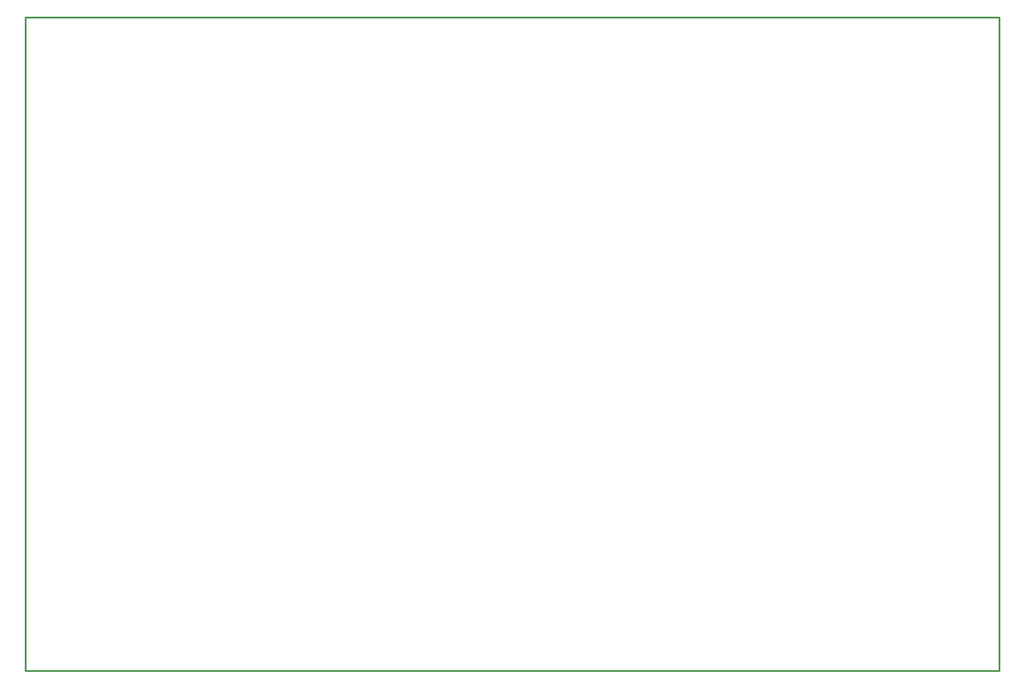
<source format=gko>
G04 Layer: BoardOutlineLayer*
G04 EasyEDA v6.5.50, 2025-04-28 15:30:03*
G04 d29e8bbd84a64c809dbd0fd1d51e9294,1edd566ed00f4b82bd531d174b10065b,10*
G04 Gerber Generator version 0.2*
G04 Scale: 100 percent, Rotated: No, Reflected: No *
G04 Dimensions in millimeters *
G04 leading zeros omitted , absolute positions ,4 integer and 5 decimal *
%FSLAX45Y45*%
%MOMM*%

%ADD10C,0.2540*%
%ADD11C,0.0184*%
D10*
X-554380Y-9133773D02*
G01*
X-554380Y466206D01*
X13745591Y466206D01*
X13745591Y-9133773D02*
G01*
X13745591Y466206D01*
X-554380Y-9133773D02*
G01*
X13745591Y-9133773D01*

%LPD*%
M02*

</source>
